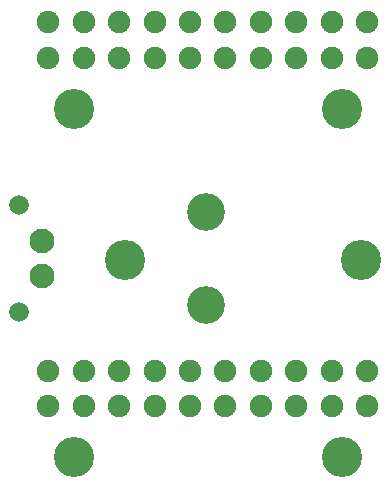
<source format=gbr>
G04 #@! TF.GenerationSoftware,KiCad,Pcbnew,(5.0.0)*
G04 #@! TF.CreationDate,2019-09-21T11:40:00-05:00*
G04 #@! TF.ProjectId,TemperaturePower,54656D7065726174757265506F776572,rev?*
G04 #@! TF.SameCoordinates,Original*
G04 #@! TF.FileFunction,Soldermask,Bot*
G04 #@! TF.FilePolarity,Negative*
%FSLAX46Y46*%
G04 Gerber Fmt 4.6, Leading zero omitted, Abs format (unit mm)*
G04 Created by KiCad (PCBNEW (5.0.0)) date 09/21/19 11:40:00*
%MOMM*%
%LPD*%
G01*
G04 APERTURE LIST*
%ADD10C,1.924000*%
%ADD11C,1.900000*%
%ADD12C,3.400000*%
%ADD13C,1.670000*%
%ADD14C,2.100000*%
%ADD15C,3.200000*%
G04 APERTURE END LIST*
D10*
G04 #@! TO.C,J1*
X148500000Y-101500000D03*
D11*
X145500000Y-101500000D03*
X142500000Y-101500000D03*
X139500000Y-101500000D03*
X136500000Y-101500000D03*
X133500000Y-101500000D03*
X130500000Y-101500000D03*
X127500000Y-101500000D03*
X124500000Y-101500000D03*
X121500000Y-101500000D03*
X148500000Y-98500000D03*
X145500000Y-98500000D03*
X142500000Y-98500000D03*
X139500000Y-98500000D03*
X136500000Y-98500000D03*
X133500000Y-98500000D03*
X130500000Y-98500000D03*
X127500000Y-98500000D03*
X124500000Y-98500000D03*
X121500000Y-98500000D03*
D12*
X146350000Y-105820000D03*
X123650000Y-105820000D03*
G04 #@! TD*
D13*
G04 #@! TO.C,J2*
X119040000Y-114000000D03*
D14*
X121000000Y-120000000D03*
X121000000Y-117000000D03*
D13*
X119040000Y-123000000D03*
G04 #@! TD*
D12*
G04 #@! TO.C,J3*
X123650000Y-135320000D03*
X146350000Y-135320000D03*
D11*
X121500000Y-128000000D03*
X124500000Y-128000000D03*
X127500000Y-128000000D03*
X130500000Y-128000000D03*
X133500000Y-128000000D03*
X136500000Y-128000000D03*
X139500000Y-128000000D03*
X142500000Y-128000000D03*
X145500000Y-128000000D03*
X148500000Y-128000000D03*
X121500000Y-131000000D03*
X124500000Y-131000000D03*
X127500000Y-131000000D03*
X130500000Y-131000000D03*
X133500000Y-131000000D03*
X136500000Y-131000000D03*
X139500000Y-131000000D03*
X142500000Y-131000000D03*
X145500000Y-131000000D03*
D10*
X148500000Y-131000000D03*
G04 #@! TD*
D12*
G04 #@! TO.C,MH1*
X148000000Y-118618000D03*
G04 #@! TD*
G04 #@! TO.C,MH2*
X128000000Y-118618000D03*
G04 #@! TD*
D15*
G04 #@! TO.C,VCC*
X134874000Y-114554000D03*
G04 #@! TD*
G04 #@! TO.C,GND*
X134874000Y-122428000D03*
G04 #@! TD*
M02*

</source>
